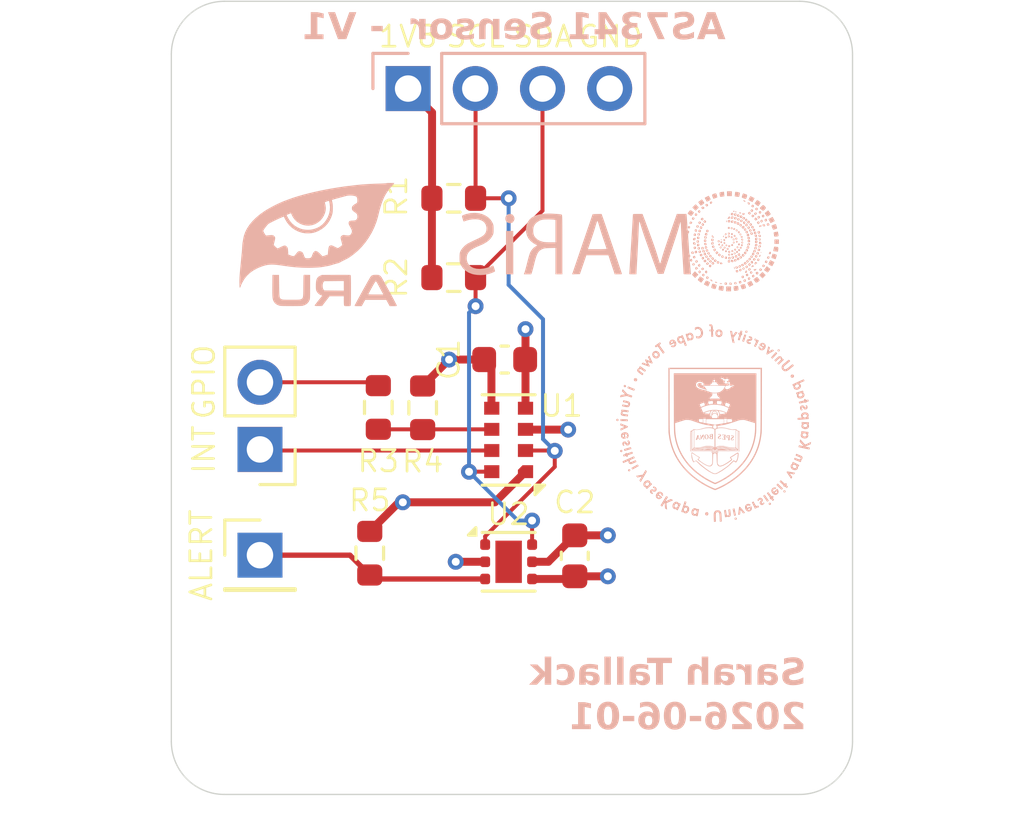
<source format=kicad_pcb>
(kicad_pcb (version 20240108) (generator "pcbnew") (generator_version "8.0")
  (title_block (title "AS7341 Sensor ") (date "2024-06-12") (rev "1") (company "University of Cape Town") (comment 1 "Sarah Tallack") (comment 2 "PAR Measurement"))
  (layers (0 "F.Cu" signal) (1 "In1.Cu" power) (2 "In2.Cu" power) (31 "B.Cu" signal) (34 "B.Paste" user) (35 "F.Paste" user) (36 "B.SilkS" user "B.Silkscreen") (37 "F.SilkS" user "F.Silkscreen") (38 "B.Mask" user) (39 "F.Mask" user) (44 "Edge.Cuts" user))
  (net 0 "")
  (net 1 "+1V8")
  (net 2 "GND")
  (net 3 "/SDA")
  (net 4 "/SCL")
  (net 5 "Net-(U1-GPIO)")
  (net 6 "/AS7341_Sensor/INT")
  (net 7 "/AS7341_Sensor/GPIO")
  (net 8 "/TMP117_Sensor/ALERT")
  (footprint "Resistor_SMD:R_0603_1608Metric" (layer "F.Cu") (at 209.7002 80.76 180)
    (property "Reference" "R2" (at 2.175 0 -90) (layer "F.SilkS") (effects (font (size 0.8 0.8) (thickness 0.1))))
    (property "Value" "4.7k")
    (pad "1" smd roundrect (at -0.825 0 180) (size 0.8 0.95) (layers "F.Cu" "F.Paste" "F.Mask") (net 3 "/SDA"))
    (pad "2" smd roundrect (at 0.825 0 180) (size 0.8 0.95) (layers "F.Cu" "F.Paste" "F.Mask") (net 1 "+1V8"))
  )
  (footprint "Connector_PinHeader_2.54mm:PinHeader_1x01_P2.54mm_Vertical" (layer "F.Cu") (at 202.3752 91.26)
    (property "Reference" "J3" (hide yes))
    (property "Value" "Conn_01x01_Pin")
    (pad "1" thru_hole rect (at 0 0) (size 1.7 1.7) (drill 1) (layers "*.Cu" "*.Mask") (net 8 "/TMP117_Sensor/ALERT"))
  )
  (footprint "Resistor_SMD:R_0603_1608Metric" (layer "F.Cu") (at 209.7002 77.76 180)
    (property "Reference" "R1" (at 2.175 0.07208 -90) (layer "F.SilkS") (effects (font (size 0.8 0.8) (thickness 0.1))))
    (property "Value" "4.7k")
    (pad "1" smd roundrect (at -0.825 0 180) (size 0.8 0.95) (layers "F.Cu" "F.Paste" "F.Mask") (net 4 "/SCL"))
    (pad "2" smd roundrect (at 0.825 0 180) (size 0.8 0.95) (layers "F.Cu" "F.Paste" "F.Mask") (net 1 "+1V8"))
  )
  (footprint "Capacitor_SMD:C_0603_1608Metric" (layer "F.Cu") (at 214.2752 91.285 90)
    (property "Reference" "C2" (at 2.025 0 0) (layer "F.SilkS") (effects (font (size 0.8 0.8) (thickness 0.1))))
    (property "Value" "100nF")
    (pad "1" smd roundrect (at -0.775 0 90) (size 0.9 0.95) (layers "F.Cu" "F.Paste" "F.Mask") (net 2 "GND"))
    (pad "2" smd roundrect (at 0.775 0 90) (size 0.9 0.95) (layers "F.Cu" "F.Paste" "F.Mask") (net 1 "+1V8"))
  )
  (footprint "Package_SON:WSON-6-1EP_2x2mm_P0.65mm_EP1x1.6mm" (layer "F.Cu") (at 211.7752 91.51)
    (property "Reference" "U2" (at -0.005869 -1.801405 0) (layer "F.SilkS") (effects (font (size 0.8 0.8) (thickness 0.1))))
    (property "Value" "TMP117xxDRV")
    (pad "1" smd roundrect (at -0.8875 -0.65) (size 0.375 0.4) (layers "F.Cu" "F.Paste" "F.Mask") (net 4 "/SCL"))
    (pad "2" smd roundrect (at -0.8875 0) (size 0.375 0.4) (layers "F.Cu" "F.Paste" "F.Mask") (net 2 "GND"))
    (pad "3" smd roundrect (at -0.8875 0.65) (size 0.375 0.4) (layers "F.Cu" "F.Paste" "F.Mask") (net 8 "/TMP117_Sensor/ALERT"))
    (pad "4" smd roundrect (at 0.8875 0.65) (size 0.375 0.4) (layers "F.Cu" "F.Paste" "F.Mask") (net 2 "GND"))
    (pad "5" smd roundrect (at 0.8875 0) (size 0.375 0.4) (layers "F.Cu" "F.Paste" "F.Mask") (net 1 "+1V8"))
    (pad "6" smd roundrect (at 0.8875 -0.65) (size 0.375 0.4) (layers "F.Cu" "F.Paste" "F.Mask") (net 3 "/SDA"))
    (pad "7" smd rect (at 0 0) (size 1 1.6) (property pad_prop_heatsink) (layers "F.Cu" "F.Mask"))
  )
  (footprint "Resistor_SMD:R_0603_1608Metric" (layer "F.Cu") (at 206.5252 91.185 90)
    (property "Reference" "R5" (at 2 0 0) (layer "F.SilkS") (effects (font (size 0.8 0.8) (thickness 0.1))))
    (property "Value" "4.7k")
    (pad "1" smd roundrect (at -0.825 0 90) (size 0.8 0.95) (layers "F.Cu" "F.Paste" "F.Mask") (net 8 "/TMP117_Sensor/ALERT"))
    (pad "2" smd roundrect (at 0.825 0 90) (size 0.8 0.95) (layers "F.Cu" "F.Paste" "F.Mask") (net 1 "+1V8"))
  )
  (footprint "Capacitor_SMD:C_0603_1608Metric" (layer "F.Cu") (at 211.6252 83.86)
    (property "Reference" "C1" (at -2.112303 0 90) (layer "F.SilkS") (effects (font (size 0.8 0.8) (thickness 0.1))))
    (property "Value" "100nF")
    (pad "1" smd roundrect (at -0.775 0) (size 0.9 0.95) (layers "F.Cu" "F.Paste" "F.Mask") (net 2 "GND"))
    (pad "2" smd roundrect (at 0.775 0) (size 0.9 0.95) (layers "F.Cu" "F.Paste" "F.Mask") (net 1 "+1V8"))
  )
  (footprint "MountingHole:MountingHole_2.2mm_M2" (layer "F.Cu") (at 221.785466 73.298296)
    (property "Reference" "REF**" (hide yes))
    (property "Value" "MountingHole_2.2mm_M2")
    (pad "" np_thru_hole circle (at 0 0) (size 2.2 2.2) (drill 2.2) (layers "*.Mask" "F.Cu" "In1.Cu" "In2.Cu" "B.Cu"))
  )
  (footprint "Connector_PinHeader_2.54mm:PinHeader_1x02_P2.54mm_Vertical" (layer "F.Cu") (at 202.3752 87.26 180)
    (property "Reference" "J2" (hide yes))
    (property "Value" "Conn_01x02_Pin")
    (pad "1" thru_hole rect (at 0 0 180) (size 1.7 1.7) (drill 1) (layers "*.Cu" "*.Mask") (net 6 "/AS7341_Sensor/INT"))
    (pad "2" thru_hole oval (at 0 2.54 180) (size 1.7 1.7) (drill 1) (layers "*.Cu" "*.Mask") (net 7 "/AS7341_Sensor/GPIO"))
  )
  (footprint "MountingHole:MountingHole_2.2mm_M2" (layer "F.Cu") (at 202.029851 97.308418)
    (property "Reference" "REF**" (hide yes))
    (property "Value" "MountingHole_2.2mm_M2")
    (pad "" np_thru_hole circle (at 0 0) (size 2.2 2.2) (drill 2.2) (layers "*.Mask" "F.Cu" "In1.Cu" "In2.Cu" "B.Cu"))
  )
  (footprint "Package_LGA:AMS_OLGA-8_2x3.1mm_P0.8mm" (layer "F.Cu") (at 211.7752 87.51 180)
    (property "Reference" "U1" (at -2 1.9 180) (layer "F.SilkS") (effects (font (size 0.8 0.8) (thickness 0.1))))
    (property "Value" "AS7341DLG")
    (pad "1" smd roundrect (at -0.638 -0.591 180) (size 0.575 0.488) (layers "F.Cu" "F.Paste" "F.Mask") (roundrect_rratio 0) (chamfer_ratio 0.3625) (chamfer bottom_right) (net 1 "+1V8"))
    (pad "2" smd rect (at -0.638 0.209 180) (size 0.575 0.488) (layers "F.Cu" "F.Paste" "F.Mask") (net 4 "/SCL"))
    (pad "3" smd rect (at -0.638 1.009 180) (size 0.575 0.488) (layers "F.Cu" "F.Paste" "F.Mask") (net 2 "GND"))
    (pad "4" smd rect (at -0.638 1.809 180) (size 0.575 0.488) (layers "F.Cu" "F.Paste" "F.Mask") (net 1 "+1V8"))
    (pad "5" smd rect (at 0.638 1.809 180) (size 0.575 0.488) (layers "F.Cu" "F.Paste" "F.Mask") (net 2 "GND"))
    (pad "6" smd rect (at 0.638 1.009 180) (size 0.575 0.488) (layers "F.Cu" "F.Paste" "F.Mask") (net 5 "Net-(U1-GPIO)"))
    (pad "7" smd rect (at 0.638 0.209 180) (size 0.575 0.488) (layers "F.Cu" "F.Paste" "F.Mask") (net 6 "/AS7341_Sensor/INT"))
    (pad "8" smd rect (at 0.638 -0.591 180) (size 0.575 0.488) (layers "F.Cu" "F.Paste" "F.Mask") (net 3 "/SDA"))
  )
  (footprint "Resistor_SMD:R_0603_1608Metric" (layer "F.Cu") (at 206.8488 85.6718 90)
    (property "Reference" "R3" (at -2.032 0 0) (layer "F.SilkS") (effects (font (size 0.8 0.8) (thickness 0.1))))
    (property "Value" "8.2k")
    (pad "1" smd roundrect (at -0.825 0 90) (size 0.8 0.95) (layers "F.Cu" "F.Paste" "F.Mask") (net 5 "Net-(U1-GPIO)"))
    (pad "2" smd roundrect (at 0.825 0 90) (size 0.8 0.95) (layers "F.Cu" "F.Paste" "F.Mask") (net 7 "/AS7341_Sensor/GPIO"))
  )
  (footprint "Resistor_SMD:R_0603_1608Metric" (layer "F.Cu") (at 208.5252 85.685 -90)
    (property "Reference" "R4" (at 2.032 0 180) (layer "F.SilkS") (effects (font (size 0.8 0.8) (thickness 0.1))))
    (property "Value" "10k")
    (pad "1" smd roundrect (at -0.825 0 270) (size 0.8 0.95) (layers "F.Cu" "F.Paste" "F.Mask") (net 2 "GND"))
    (pad "2" smd roundrect (at 0.825 0 270) (size 0.8 0.95) (layers "F.Cu" "F.Paste" "F.Mask") (net 5 "Net-(U1-GPIO)"))
  )
  (footprint "Logos:MARiS_4mm" (layer "B.Cu") (at 215.8752 79.41 180)
    (property "Reference" "G***" (hide yes))
    (property "Value" "LOGO" (hide yes))
  )
  (footprint "Connector_PinHeader_2.54mm:PinHeader_1x04_P2.54mm_Vertical" (layer "B.Cu") (at 207.9752 73.61 -90)
    (property "Reference" "J1" (hide yes))
    (property "Value" "Conn_01x04_Pin")
    (pad "1" thru_hole rect (at 0 0 270) (size 1.7 1.7) (drill 1) (layers "*.Cu" "*.Mask") (net 1 "+1V8"))
    (pad "2" thru_hole oval (at 0 -2.54 270) (size 1.7 1.7) (drill 1) (layers "*.Cu" "*.Mask") (net 4 "/SCL"))
    (pad "3" thru_hole oval (at 0 -5.08 270) (size 1.7 1.7) (drill 1) (layers "*.Cu" "*.Mask") (net 3 "/SDA"))
    (pad "4" thru_hole oval (at 0 -7.62 270) (size 1.7 1.7) (drill 1) (layers "*.Cu" "*.Mask") (net 2 "GND"))
  )
  (footprint "Logos:UCT_7.5mm" (layer "B.Cu") (at 219.5252 86.26 180)
    (property "Reference" "G***" (hide yes))
    (property "Value" "LOGO" (hide yes))
  )
  (footprint "Logos:ARU_5mm" (layer "B.Cu") (at 204.764961 79.587884 180)
    (property "Reference" "REF**" (hide yes))
    (property "Value" "ARU_5mm")
  )
  (gr_line (start 224.775257 72.309943) (end 224.775257 98.309943) (stroke (width 0.05)) (layer "Edge.Cuts"))
  (gr_arc (start 201.025257 100.309943) (mid 199.611026 99.724174) (end 199.025257 98.309943) (stroke (width 0.05)) (layer "Edge.Cuts"))
  (gr_line (start 222.775257 100.309943) (end 201.025257 100.309943) (stroke (width 0.05)) (layer "Edge.Cuts"))
  (gr_arc (start 224.775257 98.309943) (mid 224.189464 99.72415) (end 222.775257 100.309943) (stroke (width 0.05)) (layer "Edge.Cuts"))
  (gr_arc (start 199.025257 72.309943) (mid 199.611036 70.895722) (end 201.025257 70.309943) (stroke (width 0.05)) (layer "Edge.Cuts"))
  (gr_line (start 199.025257 98.309943) (end 199.025257 72.309943) (stroke (width 0.05)) (layer "Edge.Cuts"))
  (gr_arc (start 222.775257 70.309943) (mid 224.189454 70.895746) (end 224.775257 72.309943) (stroke (width 0.05)) (layer "Edge.Cuts"))
  (gr_line (start 201.025257 70.309943) (end 222.775257 70.309943) (stroke (width 0.05)) (layer "Edge.Cuts"))
  (gr_text "${COMMENT1}\n${CURRENT_DATE}" (at 223.0252 98.01 0) (layer "B.SilkS") (effects (font (size 1 1) (thickness 0.1) (bold yes)) (justify left bottom mirror)))
  (gr_text "${TITLE} - V${REVISION}" (at 219.9752 71.91 0) (layer "B.SilkS") (effects (font (size 1 1) (thickness 0.1) (bold yes)) (justify left bottom mirror)))
  (gr_text "SCL" (at 210.5252 72.11 0) (layer "F.SilkS") (effects (font (size 0.8 0.8) (thickness 0.1)) (justify bottom)))
  (gr_text "GND" (at 215.6252 72.11 0) (layer "F.SilkS") (effects (font (size 0.8 0.8) (thickness 0.1)) (justify bottom)))
  (gr_text "SDA" (at 213.0752 72.11 0) (layer "F.SilkS") (effects (font (size 0.8 0.8) (thickness 0.1)) (justify bottom)))
  (gr_text "ALERT" (at 200.6252 91.26 90) (layer "F.SilkS") (effects (font (size 0.8 0.8) (thickness 0.1)) (justify bottom)))
  (gr_text "INT" (at 200.7252 87.26 90) (layer "F.SilkS") (effects (font (size 0.8 0.8) (thickness 0.1)) (justify bottom)))
  (gr_text "1V8" (at 207.9752 72.11 0) (layer "F.SilkS") (effects (font (size 0.8 0.8) (thickness 0.1)) (justify bottom)))
  (gr_text "GPIO" (at 200.7252 84.71 90) (layer "F.SilkS") (effects (font (size 0.8 0.8) (thickness 0.1)) (justify bottom)))
  (segment (start 212.412503 82.71) (end 212.412503 85.700303) (width 0.3) (layer "F.Cu") (net 1))
  (segment (start 213.2752 91.51) (end 214.2752 90.51) (width 0.3) (layer "F.Cu") (net 1))
  (segment (start 214.2752 90.51) (end 215.5252 90.51) (width 0.3) (layer "F.Cu") (net 1))
  (segment (start 207.7752 89.26) (end 207.6252 89.26) (width 0.3) (layer "F.Cu") (net 1))
  (segment (start 208.8752 77.66) (end 208.8752 80.76) (width 0.3) (layer "F.Cu") (net 1))
  (segment (start 212.6627 91.51) (end 213.2752 91.51) (width 0.3) (layer "F.Cu") (net 1))
  (segment (start 208.880967 77.654233) (end 208.8752 77.66) (width 0.3) (layer "F.Cu") (net 1))
  (segment (start 212.412503 85.700303) (end 212.4132 85.701) (width 0.3) (layer "F.Cu") (net 1))
  (segment (start 208.880967 74.515767) (end 208.880967 77.654233) (width 0.3) (layer "F.Cu") (net 1))
  (segment (start 207.6252 89.26) (end 206.5252 90.36) (width 0.3) (layer "F.Cu") (net 1))
  (segment (start 207.7752 89.26) (end 211.2542 89.26) (width 0.3) (layer "F.Cu") (net 1))
  (segment (start 207.9752 73.61) (end 208.880967 74.515767) (width 0.3) (layer "F.Cu") (net 1))
  (segment (start 211.2542 89.26) (end 212.4132 88.101) (width 0.3) (layer "F.Cu") (net 1))
  (via (at 215.5252 90.51) (size 0.6) (drill 0.3) (layers "F.Cu" "B.Cu") (net 1))
  (via (at 207.7752 89.26) (size 0.6) (drill 0.3) (layers "F.Cu" "B.Cu") (net 1))
  (via (at 212.412503 82.71) (size 0.6) (drill 0.3) (layers "F.Cu" "B.Cu") (net 1))
  (segment (start 214.161976 92.16) (end 214.164048 92.157928) (width 0.3) (layer "F.Cu") (net 2))
  (segment (start 212.4222 86.51) (end 212.4132 86.501) (width 0.3) (layer "F.Cu") (net 2))
  (segment (start 214.2752 92.06) (end 215.5252 92.06) (width 0.3) (layer "F.Cu") (net 2))
  (segment (start 211.1252 85.689) (end 211.1372 85.701) (width 0.3) (layer "F.Cu") (net 2))
  (segment (start 211.1252 84.135) (end 211.1252 85.689) (width 0.3) (layer "F.Cu") (net 2))
  (segment (start 210.8502 83.86) (end 211.1252 84.135) (width 0.3) (layer "F.Cu") (net 2))
  (segment (start 209.5252 83.86) (end 210.8502 83.86) (width 0.3) (layer "F.Cu") (net 2))
  (segment (start 212.6627 92.16) (end 214.161976 92.16) (width 0.3) (layer "F.Cu") (net 2))
  (segment (start 214.0252 86.51) (end 212.4222 86.51) (width 0.3) (layer "F.Cu") (net 2))
  (segment (start 208.5252 84.86) (end 209.5252 83.86) (width 0.3) (layer "F.Cu") (net 2))
  (segment (start 210.8877 91.51) (end 209.7752 91.51) (width 0.3) (layer "F.Cu") (net 2))
  (via (at 214.0252 86.51) (size 0.6) (drill 0.3) (layers "F.Cu" "B.Cu") (net 2))
  (via (at 209.5252 83.86) (size 0.6) (drill 0.3) (layers "F.Cu" "B.Cu") (net 2))
  (via (at 215.5252 92.06) (size 0.6) (drill 0.3) (layers "F.Cu" "B.Cu") (net 2))
  (via (at 209.7752 91.51) (size 0.6) (drill 0.3) (layers "F.Cu" "B.Cu") (net 2))
  (segment (start 211.1372 88.101) (end 210.517247 88.101) (width 0.15) (layer "F.Cu") (net 3))
  (segment (start 212.6627 89.951145) (end 212.6627 90.86) (width 0.15) (layer "F.Cu") (net 3))
  (segment (start 213.0552 78.23) (end 210.5252 80.76) (width 0.15) (layer "F.Cu") (net 3))
  (segment (start 210.526027 81.841441) (end 210.5252 81.840614) (width 0.15) (layer "F.Cu") (net 3))
  (segment (start 212.661795 89.95024) (end 212.6627 89.951145) (width 0.15) (layer "F.Cu") (net 3))
  (segment (start 210.5252 81.840614) (end 210.5252 80.76) (width 0.15) (layer "F.Cu") (net 3))
  (segment (start 210.517247 88.101) (end 210.515628 88.099381) (width 0.15) (layer "F.Cu") (net 3))
  (segment (start 213.0552 73.61) (end 213.0552 78.23) (width 0.15) (layer "F.Cu") (net 3))
  (via (at 210.526027 81.841441) (size 0.6) (drill 0.3) (layers "F.Cu" "B.Cu") (net 3))
  (via (at 212.661795 89.95024) (size 0.6) (drill 0.3) (layers "F.Cu" "B.Cu") (net 3))
  (via (at 210.278292 88.104923) (size 0.6) (drill 0.3) (layers "F.Cu" "B.Cu") (net 3))
  (segment (start 212.661795 89.95024) (end 212.123609 89.95024) (width 0.15) (layer "B.Cu") (net 3))
  (segment (start 212.6502 74.015) (end 213.0552 73.61) (width 0.15) (layer "B.Cu") (net 3))
  (segment (start 212.123609 89.95024) (end 210.278292 88.104923) (width 0.15) (layer "B.Cu") (net 3))
  (segment (start 210.278292 82.089176) (end 210.278292 88.104923) (width 0.15) (layer "B.Cu") (net 3))
  (segment (start 213.1052 73.66) (end 213.0552 73.61) (width 0.15) (layer "B.Cu") (net 3))
  (segment (start 210.526027 81.841441) (end 210.278292 82.089176) (width 0.15) (layer "B.Cu") (net 3))
  (segment (start 210.5252 77.76) (end 210.5252 73.62) (width 0.15) (layer "F.Cu") (net 4))
  (segment (start 213.507089 87.301) (end 212.4132 87.301) (width 0.15) (layer "F.Cu") (net 4))
  (segment (start 213.518907 87.312818) (end 213.507089 87.301) (width 0.15) (layer "F.Cu") (net 4))
  (segment (start 210.5252 78.06) (end 210.5252 78.01) (width 0.15) (layer "F.Cu") (net 4))
  (segment (start 211.7752 77.76) (end 210.5252 77.76) (width 0.15) (layer "F.Cu") (net 4))
  (segment (start 210.8877 90.5475) (end 210.8877 90.86) (width 0.15) (layer "F.Cu") (net 4))
  (segment (start 213.518907 87.916293) (end 210.8877 90.5475) (width 0.15) (layer "F.Cu") (net 4))
  (segment (start 210.527308 78.062108) (end 210.5252 78.06) (width 0.15) (layer "F.Cu") (net 4))
  (segment (start 213.518907 87.312818) (end 213.518907 87.916293) (width 0.15) (layer "F.Cu") (net 4))
  (segment (start 210.5252 73.62) (end 210.5152 73.61) (width 0.15) (layer "F.Cu") (net 4))
  (via (at 213.518907 87.312818) (size 0.6) (drill 0.3) (layers "F.Cu" "B.Cu") (net 4))
  (via (at 211.7752 77.76) (size 0.6) (drill 0.3) (layers "F.Cu" "B.Cu") (net 4))
  (segment (start 211.7752 81.035882) (end 211.7752 77.76) (width 0.15) (layer "B.Cu") (net 4))
  (segment (start 213.518907 87.312818) (end 213.0752 86.869111) (width 0.15) (layer "B.Cu") (net 4))
  (segment (start 213.0752 82.335882) (end 211.7752 81.035882) (width 0.15) (layer "B.Cu") (net 4))
  (segment (start 213.0752 86.869111) (end 213.0752 82.335882) (width 0.15) (layer "B.Cu") (net 4))
  (segment (start 211.1372 86.501) (end 206.853 86.501) (width 0.15) (layer "F.Cu") (net 5))
  (segment (start 206.853 86.501) (end 206.8488 86.4968) (width 0.15) (layer "F.Cu") (net 5))
  (segment (start 202.4162 87.301) (end 211.1372 87.301) (width 0.15) (layer "F.Cu") (net 6))
  (segment (start 206.722 84.72) (end 206.8488 84.8468) (width 0.15) (layer "F.Cu") (net 7))
  (segment (start 202.3752 84.72) (end 206.722 84.72) (width 0.15) (layer "F.Cu") (net 7))
  (segment (start 210.8877 92.16) (end 206.6752 92.16) (width 0.2) (layer "F.Cu") (net 8))
  (segment (start 206.6752 92.16) (end 206.5252 92.01) (width 0.2) (layer "F.Cu") (net 8))
  (segment (start 205.7752 91.26) (end 202.3752 91.26) (width 0.2) (layer "F.Cu") (net 8))
  (segment (start 206.5252 92.01) (end 205.7752 91.26) (width 0.2) (layer "F.Cu") (net 8))
)
</source>
